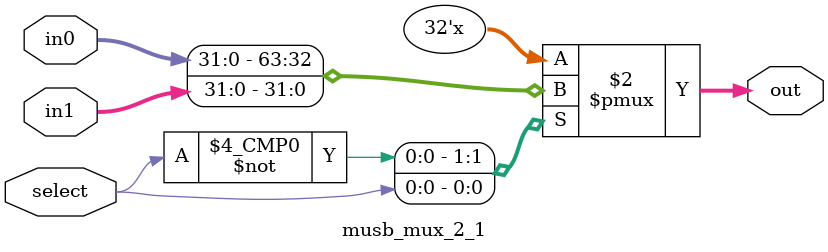
<source format=v>

module musb_mux_2_1 #(
    parameter DATA = 32
    )
    (
    input                   select,
    input       [DATA-1:0]  in0,
    input       [DATA-1:0]  in1,
    output  reg [DATA-1:0]  out
    );

    always @(*) begin
        case (select)
            1'b0 : out <= in0;
            1'b1 : out <= in1;
        endcase
    end
endmodule

</source>
